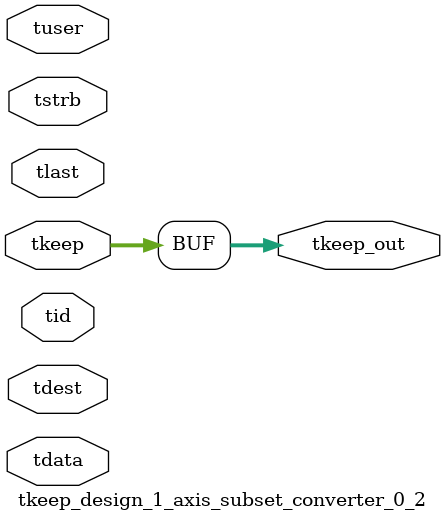
<source format=v>


`timescale 1ps/1ps

module tkeep_design_1_axis_subset_converter_0_2 #
(
parameter C_S_AXIS_TDATA_WIDTH = 32,
parameter C_S_AXIS_TUSER_WIDTH = 0,
parameter C_S_AXIS_TID_WIDTH   = 0,
parameter C_S_AXIS_TDEST_WIDTH = 0,
parameter C_M_AXIS_TDATA_WIDTH = 32
)
(
input  [(C_S_AXIS_TDATA_WIDTH == 0 ? 1 : C_S_AXIS_TDATA_WIDTH)-1:0     ] tdata,
input  [(C_S_AXIS_TUSER_WIDTH == 0 ? 1 : C_S_AXIS_TUSER_WIDTH)-1:0     ] tuser,
input  [(C_S_AXIS_TID_WIDTH   == 0 ? 1 : C_S_AXIS_TID_WIDTH)-1:0       ] tid,
input  [(C_S_AXIS_TDEST_WIDTH == 0 ? 1 : C_S_AXIS_TDEST_WIDTH)-1:0     ] tdest,
input  [(C_S_AXIS_TDATA_WIDTH/8)-1:0 ] tkeep,
input  [(C_S_AXIS_TDATA_WIDTH/8)-1:0 ] tstrb,
input                                                                    tlast,
output [(C_M_AXIS_TDATA_WIDTH/8)-1:0 ] tkeep_out
);

assign tkeep_out = {2'b11,tkeep[3:0]};

endmodule


</source>
